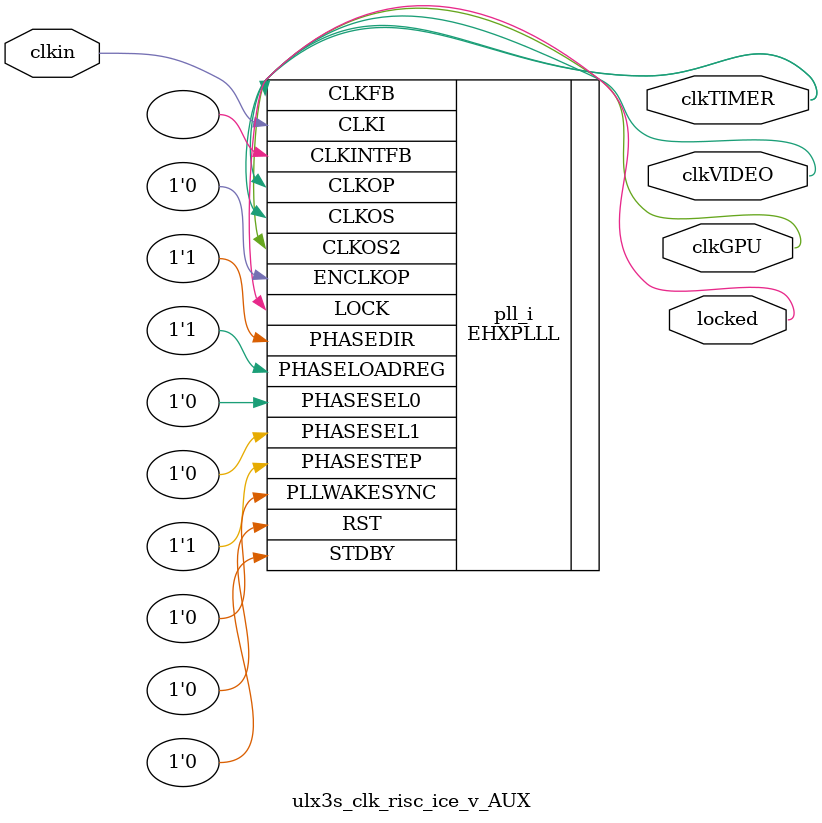
<source format=v>
module ulx3s_clk_risc_ice_v_AUX
(
    input clkin, // 25 MHz, 0 deg
    output clkTIMER, // 50 MHz, 0 deg        // TIMERS RANDOM AUDIO SDCARD
    output clkVIDEO, // 25 MHz, 0 deg        // VIDEO
    output clkGPU, // 50 MHz, 0 deg        // GPU
    output locked
);
(* FREQUENCY_PIN_CLKI="25" *)
(* FREQUENCY_PIN_CLKOP="50" *)
(* FREQUENCY_PIN_CLKOS="25" *)
(* ICP_CURRENT="12" *) (* LPF_RESISTOR="8" *) (* MFG_ENABLE_FILTEROPAMP="1" *) (* MFG_GMCREF_SEL="2" *)
EHXPLLL #(
        .PLLRST_ENA("DISABLED"),
        .INTFB_WAKE("DISABLED"),
        .STDBY_ENABLE("DISABLED"),
        .DPHASE_SOURCE("DISABLED"),
        .OUTDIVIDER_MUXA("DIVA"),
        .OUTDIVIDER_MUXB("DIVB"),
        .OUTDIVIDER_MUXC("DIVC"),
        .OUTDIVIDER_MUXD("DIVD"),
        .CLKI_DIV(1),
        .CLKOP_ENABLE("ENABLED"),
        .CLKOP_DIV(12),
        .CLKOP_CPHASE(5),
        .CLKOP_FPHASE(0),
        .CLKOS_ENABLE("ENABLED"),
        .CLKOS_DIV(24),
        .CLKOS_CPHASE(5),
        .CLKOS_FPHASE(0),
        .CLKOS2_ENABLE("ENABLED"),
        .CLKOS2_DIV(12),
        .CLKOS2_CPHASE(5),
        .CLKOS2_FPHASE(0),
        .FEEDBK_PATH("CLKOP"),
        .CLKFB_DIV(2)
    ) pll_i (
        .RST(1'b0),
        .STDBY(1'b0),
        .CLKI(clkin),
        .CLKOP(clkTIMER),
        .CLKOS(clkVIDEO),
        .CLKOS2(clkGPU),
        .CLKFB(clkTIMER),
        .CLKINTFB(),
        .PHASESEL0(1'b0),
        .PHASESEL1(1'b0),
        .PHASEDIR(1'b1),
        .PHASESTEP(1'b1),
        .PHASELOADREG(1'b1),
        .PLLWAKESYNC(1'b0),
        .ENCLKOP(1'b0),
        .LOCK(locked)
	);
endmodule

</source>
